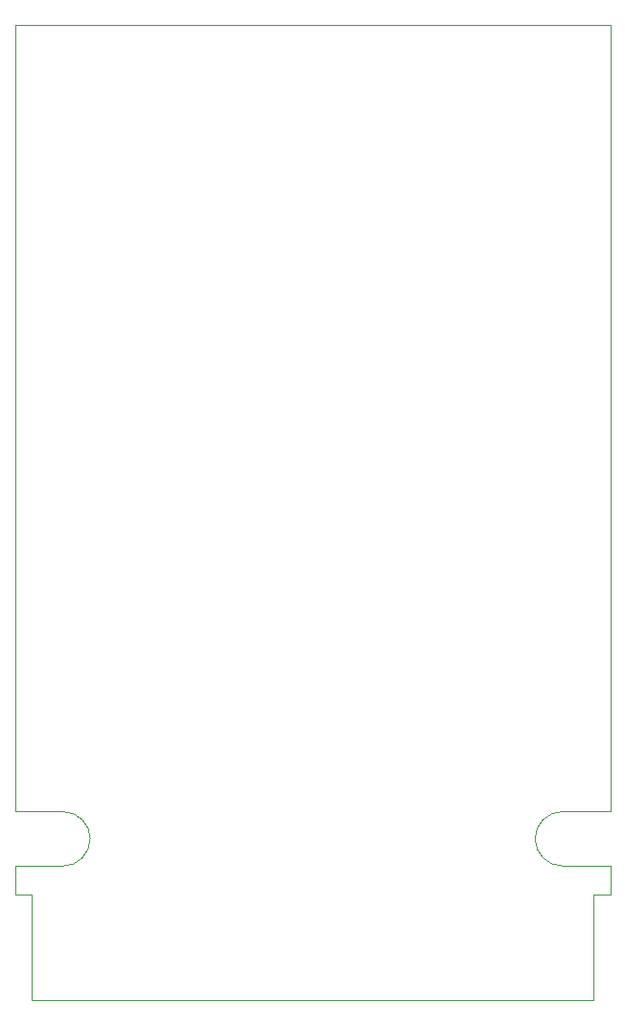
<source format=gbr>
%TF.GenerationSoftware,KiCad,Pcbnew,(7.0.0)*%
%TF.CreationDate,2023-03-08T13:52:56-06:00*%
%TF.ProjectId,G0-022M6,47302d30-3232-44d3-962e-6b696361645f,rev?*%
%TF.SameCoordinates,Original*%
%TF.FileFunction,Profile,NP*%
%FSLAX46Y46*%
G04 Gerber Fmt 4.6, Leading zero omitted, Abs format (unit mm)*
G04 Created by KiCad (PCBNEW (7.0.0)) date 2023-03-08 13:52:56*
%MOMM*%
%LPD*%
G01*
G04 APERTURE LIST*
%TA.AperFunction,Profile*%
%ADD10C,0.002000*%
%TD*%
G04 APERTURE END LIST*
D10*
X173869835Y-124369150D02*
X178119950Y-124369150D01*
X173869835Y-129169150D02*
X178119950Y-129169150D01*
X129770000Y-124369150D02*
X125519950Y-124369150D01*
X178119950Y-131669150D02*
X176619950Y-131669150D01*
X176619950Y-140969150D02*
X127019950Y-140969150D01*
X125519950Y-124369150D02*
X125519950Y-54869150D01*
X127019950Y-140969150D02*
X127019950Y-131669150D01*
X127019950Y-131669150D02*
X125519950Y-131669150D01*
X129770000Y-129169150D02*
X125519950Y-129169150D01*
X125519950Y-131669150D02*
X125519950Y-129169150D01*
X129770000Y-129169150D02*
G75*
G03*
X129770000Y-124369150I30J2400000D01*
G01*
X173869835Y-124369250D02*
G75*
G03*
X173869835Y-129169150I-35J-2399950D01*
G01*
X178119950Y-131669150D02*
X178119950Y-129169150D01*
X178119950Y-54869150D02*
X178119950Y-124369150D01*
X125519950Y-54869150D02*
X178119950Y-54869150D01*
X176619950Y-140969150D02*
X176619950Y-131669150D01*
M02*

</source>
